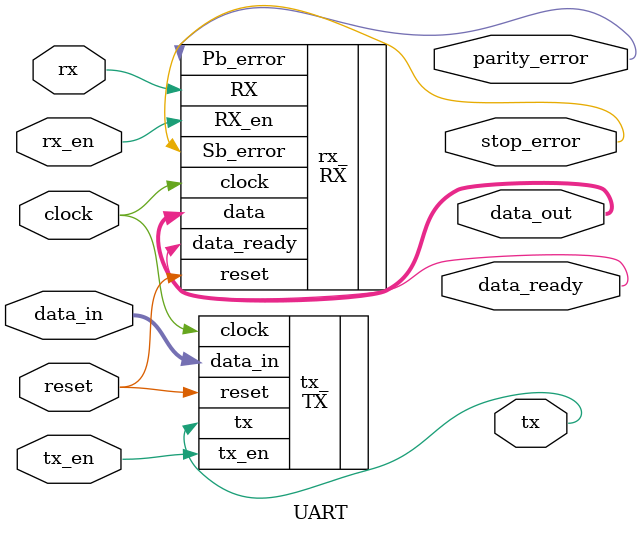
<source format=v>
`timescale 1ns / 1ps
module UART( tx_en,rx_en,reset,clock,tx,rx,data_in,data_out,parity_error,stop_error,data_ready
    );
input tx_en,rx_en,reset,clock,rx;
input [7:0] data_in;
output[7:0] data_out; 
output  tx ,parity_error,stop_error,data_ready;

TX tx_(.clock(clock),.tx(tx),.tx_en(tx_en),.data_in(data_in),.reset(reset));
RX rx_(.clock(clock), .RX_en(rx_en), .RX(rx),.reset(reset),.data_ready(data_ready),.data(data_out),.Pb_error(parity_error),.Sb_error(stop_error));
endmodule

</source>
